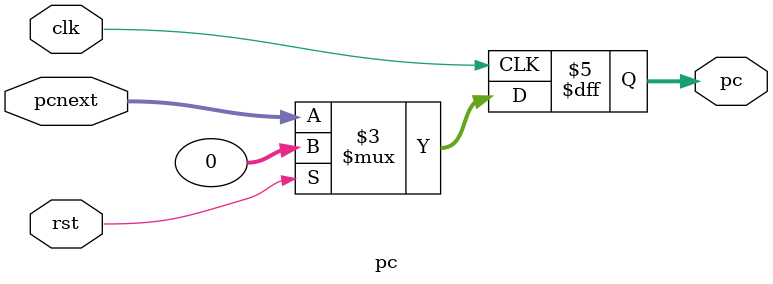
<source format=v>
module pc(
input clk,
input rst,
input  [31:0] pcnext,
output  reg [31:0] pc
 );
 
 always @(posedge clk) begin
 if (rst) 
 pc<=32'd0;
 
 else
 pc<= pcnext;
 
 end
 
 
endmodule

</source>
